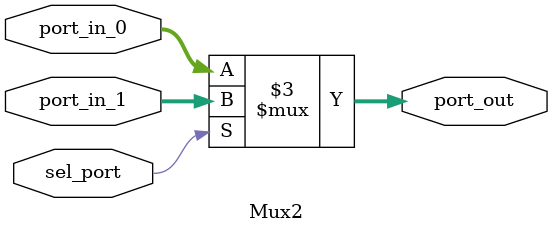
<source format=v>
module Mux2 (
    input   sel_port,
    input   [31:0] port_in_0,
    input   [31:0] port_in_1,
    output reg [31:0] port_out
    );
    always @(*) begin
        if (sel_port) begin
            port_out <= port_in_1;
        end
        else begin
            port_out <= port_in_0;
        end
    end
endmodule 

</source>
